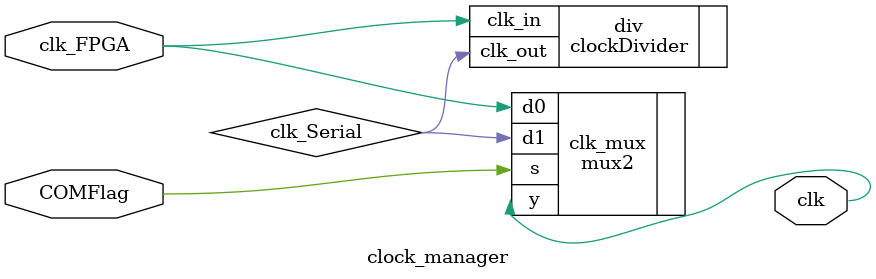
<source format=sv>
module clock_manager
(
	input clk_FPGA,
	input COMFlag, // COM Flag
	output logic clk
);

	logic clk_Serial;

	localparam BAUD_RATE = 9600;

	clockDivider #(BAUD_RATE) div (
											.clk_in(clk_FPGA), 
											.clk_out(clk_Serial)
											);
	mux2 #(1) clk_mux	(
							.d0(clk_FPGA), 
							.d1(clk_Serial), 
							.s(COMFlag), 
							.y(clk)
							);
	
endmodule
</source>
